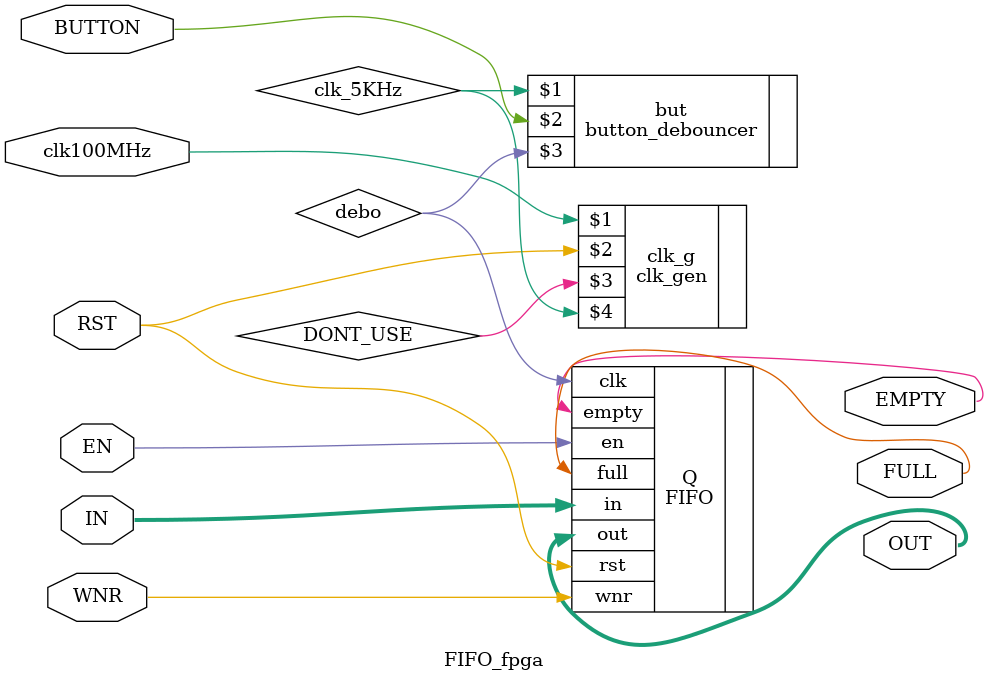
<source format=v>
`timescale 1ns / 1ps


module FIFO_fpga(
    input        clk100MHz,
    input        WNR,
    input        EN,
    input        RST,
    input        BUTTON,
    input  [3:0] IN,
    output [3:0] OUT,
    output       EMPTY, 
    output       FULL
    );

    wire debo;
    wire DONT_USE;
    wire clk_5KHz;

    clk_gen clk_g(clk100MHz, RST, DONT_USE, clk_5KHz);

    button_debouncer but(clk_5KHz, BUTTON, debo);

    FIFO Q(
        .in (IN),
        .wnr (WNR),
        .en (EN),
        .clk (debo),
        .rst (RST),
        .out (OUT),
        .full (FULL),
        .empty (EMPTY)
    );

endmodule

</source>
